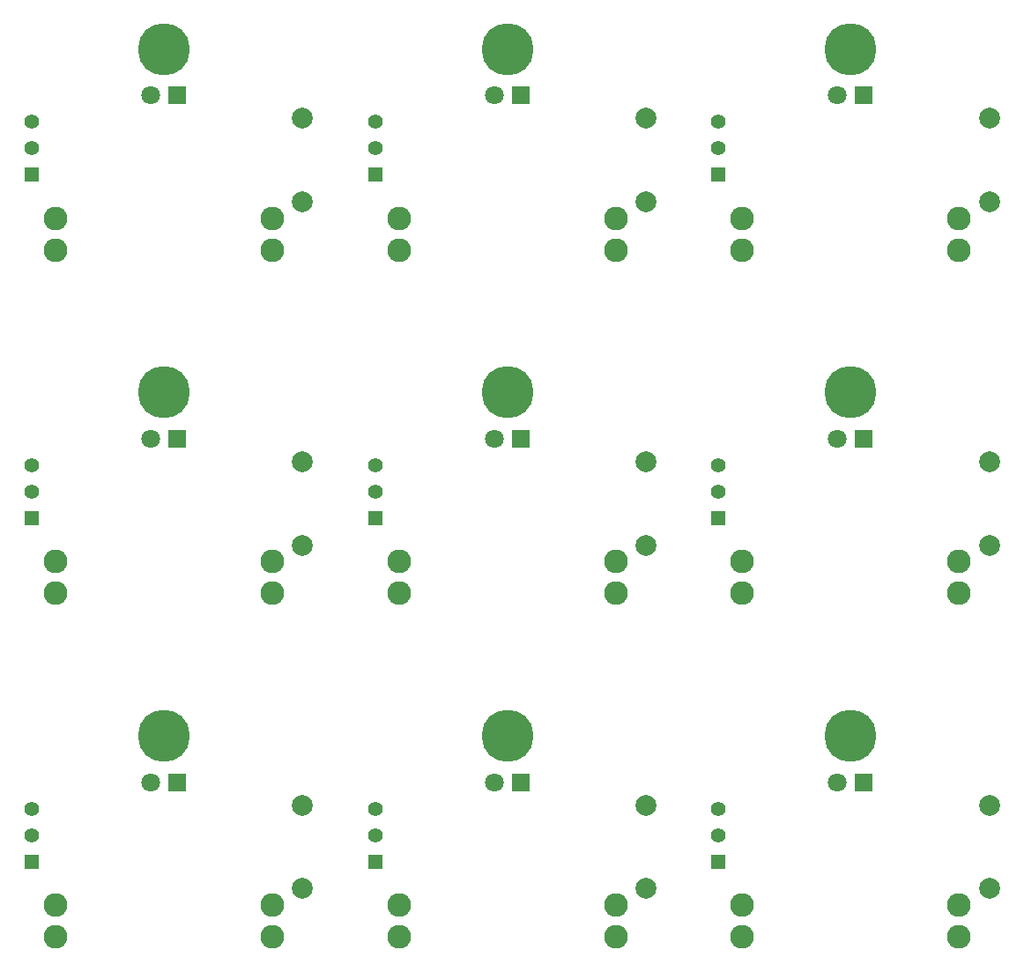
<source format=gts>
%MOIN*%
%OFA0B0*%
%FSLAX46Y46*%
%IPPOS*%
%LPD*%
%ADD10C,0.0039370078740157488*%
%ADD11C,0.070866141732283464*%
%ADD12R,0.070866141732283464X0.070866141732283464*%
%ADD13C,0.0787*%
%ADD14C,0.19685039370078741*%
%ADD15C,0.090000000000000011*%
%ADD16R,0.055000000000000007X0.055000000000000007*%
%ADD17C,0.055000000000000007*%
%ADD28C,0.0039370078740157488*%
%ADD29C,0.070866141732283464*%
%ADD30R,0.070866141732283464X0.070866141732283464*%
%ADD31C,0.0787*%
%ADD32C,0.19685039370078741*%
%ADD33C,0.090000000000000011*%
%ADD34R,0.055000000000000007X0.055000000000000007*%
%ADD35C,0.055000000000000007*%
%ADD36C,0.0039370078740157488*%
%ADD37C,0.070866141732283464*%
%ADD38R,0.070866141732283464X0.070866141732283464*%
%ADD39C,0.0787*%
%ADD40C,0.19685039370078741*%
%ADD41C,0.090000000000000011*%
%ADD42R,0.055000000000000007X0.055000000000000007*%
%ADD43C,0.055000000000000007*%
%ADD44C,0.0039370078740157488*%
%ADD45C,0.070866141732283464*%
%ADD46R,0.070866141732283464X0.070866141732283464*%
%ADD47C,0.0787*%
%ADD48C,0.19685039370078741*%
%ADD49C,0.090000000000000011*%
%ADD50R,0.055000000000000007X0.055000000000000007*%
%ADD51C,0.055000000000000007*%
%ADD52C,0.0039370078740157488*%
%ADD53C,0.070866141732283464*%
%ADD54R,0.070866141732283464X0.070866141732283464*%
%ADD55C,0.0787*%
%ADD56C,0.19685039370078741*%
%ADD57C,0.090000000000000011*%
%ADD58R,0.055000000000000007X0.055000000000000007*%
%ADD59C,0.055000000000000007*%
%ADD60C,0.0039370078740157488*%
%ADD61C,0.070866141732283464*%
%ADD62R,0.070866141732283464X0.070866141732283464*%
%ADD63C,0.0787*%
%ADD64C,0.19685039370078741*%
%ADD65C,0.090000000000000011*%
%ADD66R,0.055000000000000007X0.055000000000000007*%
%ADD67C,0.055000000000000007*%
%ADD68C,0.0039370078740157488*%
%ADD69C,0.070866141732283464*%
%ADD70R,0.070866141732283464X0.070866141732283464*%
%ADD71C,0.0787*%
%ADD72C,0.19685039370078741*%
%ADD73C,0.090000000000000011*%
%ADD74R,0.055000000000000007X0.055000000000000007*%
%ADD75C,0.055000000000000007*%
%ADD76C,0.0039370078740157488*%
%ADD77C,0.070866141732283464*%
%ADD78R,0.070866141732283464X0.070866141732283464*%
%ADD79C,0.0787*%
%ADD80C,0.19685039370078741*%
%ADD81C,0.090000000000000011*%
%ADD82R,0.055000000000000007X0.055000000000000007*%
%ADD83C,0.055000000000000007*%
%ADD84C,0.0039370078740157488*%
%ADD85C,0.070866141732283464*%
%ADD86R,0.070866141732283464X0.070866141732283464*%
%ADD87C,0.0787*%
%ADD88C,0.19685039370078741*%
%ADD89C,0.090000000000000011*%
%ADD90R,0.055000000000000007X0.055000000000000007*%
%ADD91C,0.055000000000000007*%
G01*
D10*
D11*
X-0006300000Y0004050000D02*
X0000549999Y0000925000D03*
D12*
X0000649999Y0000925000D03*
D13*
X0001124999Y0000837480D03*
X0001124999Y0000522519D03*
D14*
X0000599999Y0001100000D03*
D15*
X0001009999Y0000340000D03*
X0000189999Y0000340000D03*
X0001009999Y0000460000D03*
X0000189999Y0000460000D03*
D16*
X0000099999Y0000625000D03*
D17*
X0000099999Y0000725000D03*
X0000099999Y0000825000D03*
G04 next file*
G04 #@! TF.FileFunction,Soldermask,Top*
G04 Gerber Fmt 4.6, Leading zero omitted, Abs format (unit mm)*
G04 Created by KiCad (PCBNEW 4.0.7) date 02/19/20 21:01:50*
G01*
G04 APERTURE LIST*
G04 APERTURE END LIST*
D28*
D29*
X-0006300000Y0005349212D02*
X0000549999Y0002224212D03*
D30*
X0000649999Y0002224212D03*
D31*
X0001124999Y0002136692D03*
X0001124999Y0001821732D03*
D32*
X0000599999Y0002399212D03*
D33*
X0001009999Y0001639212D03*
X0000189999Y0001639212D03*
X0001009999Y0001759212D03*
X0000189999Y0001759212D03*
D34*
X0000099999Y0001924212D03*
D35*
X0000099999Y0002024212D03*
X0000099999Y0002124212D03*
G04 next file*
G04 #@! TF.FileFunction,Soldermask,Top*
G04 Gerber Fmt 4.6, Leading zero omitted, Abs format (unit mm)*
G04 Created by KiCad (PCBNEW 4.0.7) date 02/19/20 21:01:50*
G01*
G04 APERTURE LIST*
G04 APERTURE END LIST*
D36*
D37*
X-0006300000Y0006648425D02*
X0000549999Y0003523425D03*
D38*
X0000649999Y0003523425D03*
D39*
X0001124999Y0003435905D03*
X0001124999Y0003120944D03*
D40*
X0000599999Y0003698425D03*
D41*
X0001009999Y0002938425D03*
X0000189999Y0002938425D03*
X0001009999Y0003058425D03*
X0000189999Y0003058425D03*
D42*
X0000099999Y0003223425D03*
D43*
X0000099999Y0003323425D03*
X0000099999Y0003423425D03*
G04 next file*
G04 #@! TF.FileFunction,Soldermask,Top*
G04 Gerber Fmt 4.6, Leading zero omitted, Abs format (unit mm)*
G04 Created by KiCad (PCBNEW 4.0.7) date 02/19/20 21:01:50*
G01*
G04 APERTURE LIST*
G04 APERTURE END LIST*
D44*
D45*
X-0005000787Y0004050000D02*
X0001849212Y0000925000D03*
D46*
X0001949212Y0000925000D03*
D47*
X0002424212Y0000837480D03*
X0002424212Y0000522519D03*
D48*
X0001899212Y0001100000D03*
D49*
X0002309212Y0000340000D03*
X0001489212Y0000340000D03*
X0002309212Y0000460000D03*
X0001489212Y0000460000D03*
D50*
X0001399212Y0000625000D03*
D51*
X0001399212Y0000725000D03*
X0001399212Y0000825000D03*
G04 next file*
G04 #@! TF.FileFunction,Soldermask,Top*
G04 Gerber Fmt 4.6, Leading zero omitted, Abs format (unit mm)*
G04 Created by KiCad (PCBNEW 4.0.7) date 02/19/20 21:01:50*
G01*
G04 APERTURE LIST*
G04 APERTURE END LIST*
D52*
D53*
X-0003701574Y0004050000D02*
X0003148425Y0000925000D03*
D54*
X0003248425Y0000925000D03*
D55*
X0003723425Y0000837480D03*
X0003723425Y0000522519D03*
D56*
X0003198425Y0001100000D03*
D57*
X0003608425Y0000340000D03*
X0002788425Y0000340000D03*
X0003608425Y0000460000D03*
X0002788425Y0000460000D03*
D58*
X0002698425Y0000625000D03*
D59*
X0002698425Y0000725000D03*
X0002698425Y0000825000D03*
G04 next file*
G04 #@! TF.FileFunction,Soldermask,Top*
G04 Gerber Fmt 4.6, Leading zero omitted, Abs format (unit mm)*
G04 Created by KiCad (PCBNEW 4.0.7) date 02/19/20 21:01:50*
G01*
G04 APERTURE LIST*
G04 APERTURE END LIST*
D60*
D61*
X-0005000787Y0005349212D02*
X0001849212Y0002224212D03*
D62*
X0001949212Y0002224212D03*
D63*
X0002424212Y0002136692D03*
X0002424212Y0001821732D03*
D64*
X0001899212Y0002399212D03*
D65*
X0002309212Y0001639212D03*
X0001489212Y0001639212D03*
X0002309212Y0001759212D03*
X0001489212Y0001759212D03*
D66*
X0001399212Y0001924212D03*
D67*
X0001399212Y0002024212D03*
X0001399212Y0002124212D03*
G04 next file*
G04 #@! TF.FileFunction,Soldermask,Top*
G04 Gerber Fmt 4.6, Leading zero omitted, Abs format (unit mm)*
G04 Created by KiCad (PCBNEW 4.0.7) date 02/19/20 21:01:50*
G01*
G04 APERTURE LIST*
G04 APERTURE END LIST*
D68*
D69*
X-0005000787Y0006648425D02*
X0001849212Y0003523425D03*
D70*
X0001949212Y0003523425D03*
D71*
X0002424212Y0003435905D03*
X0002424212Y0003120944D03*
D72*
X0001899212Y0003698425D03*
D73*
X0002309212Y0002938425D03*
X0001489212Y0002938425D03*
X0002309212Y0003058425D03*
X0001489212Y0003058425D03*
D74*
X0001399212Y0003223425D03*
D75*
X0001399212Y0003323425D03*
X0001399212Y0003423425D03*
G04 next file*
G04 #@! TF.FileFunction,Soldermask,Top*
G04 Gerber Fmt 4.6, Leading zero omitted, Abs format (unit mm)*
G04 Created by KiCad (PCBNEW 4.0.7) date 02/19/20 21:01:50*
G01*
G04 APERTURE LIST*
G04 APERTURE END LIST*
D76*
D77*
X-0003701574Y0005349212D02*
X0003148425Y0002224212D03*
D78*
X0003248425Y0002224212D03*
D79*
X0003723425Y0002136692D03*
X0003723425Y0001821732D03*
D80*
X0003198425Y0002399212D03*
D81*
X0003608425Y0001639212D03*
X0002788425Y0001639212D03*
X0003608425Y0001759212D03*
X0002788425Y0001759212D03*
D82*
X0002698425Y0001924212D03*
D83*
X0002698425Y0002024212D03*
X0002698425Y0002124212D03*
G04 next file*
G04 #@! TF.FileFunction,Soldermask,Top*
G04 Gerber Fmt 4.6, Leading zero omitted, Abs format (unit mm)*
G04 Created by KiCad (PCBNEW 4.0.7) date 02/19/20 21:01:50*
G01*
G04 APERTURE LIST*
G04 APERTURE END LIST*
D84*
D85*
X-0003701574Y0006648425D02*
X0003148425Y0003523425D03*
D86*
X0003248425Y0003523425D03*
D87*
X0003723425Y0003435905D03*
X0003723425Y0003120944D03*
D88*
X0003198425Y0003698425D03*
D89*
X0003608425Y0002938425D03*
X0002788425Y0002938425D03*
X0003608425Y0003058425D03*
X0002788425Y0003058425D03*
D90*
X0002698425Y0003223425D03*
D91*
X0002698425Y0003323425D03*
X0002698425Y0003423425D03*
M02*
</source>
